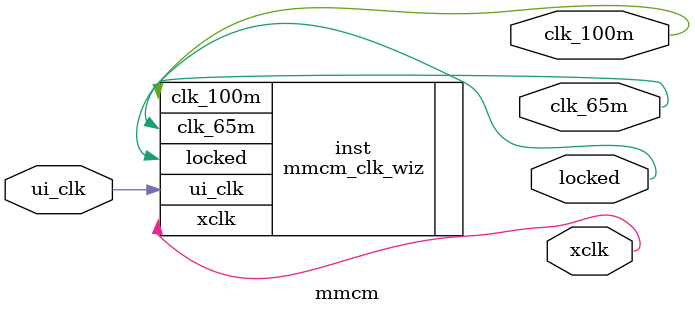
<source format=v>


`timescale 1ps/1ps

(* CORE_GENERATION_INFO = "mmcm,clk_wiz_v6_0_11_0_0,{component_name=mmcm,use_phase_alignment=true,use_min_o_jitter=false,use_max_i_jitter=false,use_dyn_phase_shift=false,use_inclk_switchover=false,use_dyn_reconfig=false,enable_axi=0,feedback_source=FDBK_AUTO,PRIMITIVE=MMCM,num_out_clk=3,clkin1_period=10.000,clkin2_period=10.000,use_power_down=false,use_reset=false,use_locked=true,use_inclk_stopped=false,feedback_type=SINGLE,CLOCK_MGR_TYPE=NA,manual_override=false}" *)

module mmcm 
 (
  // Clock out ports
  output        clk_65m,
  output        xclk,
  output        clk_100m,
  // Status and control signals
  output        locked,
 // Clock in ports
  input         ui_clk
 );

  mmcm_clk_wiz inst
  (
  // Clock out ports  
  .clk_65m(clk_65m),
  .xclk(xclk),
  .clk_100m(clk_100m),
  // Status and control signals               
  .locked(locked),
 // Clock in ports
  .ui_clk(ui_clk)
  );

endmodule

</source>
